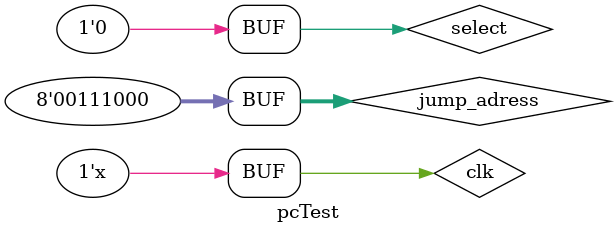
<source format=v>
`timescale 1ns / 1ps


module pcTest;

	// Inputs
	reg select;
	reg clk;
	reg [7:0] jump_adress;

	// Outputs
	wire [7:0] pc_out;
	wire [7:0] pc_out2;

	// Instantiate the Unit Under Test (UUT)
	pcModule uut (
		.select(select), 
		.clk(clk), 
		.jump_adress(jump_adress), 
		.pc_out(pc_out), 
		.pc_out2(pc_out2)
	);
	always #10 clk=~clk;

	initial begin
		// Initialize Inputs
		select = 0;
		clk = 0;
		jump_adress = 56;

		#100;
		select = 1;
		#100;
		select=0;
        
		// Add stimulus here

	end
      
endmodule


</source>
